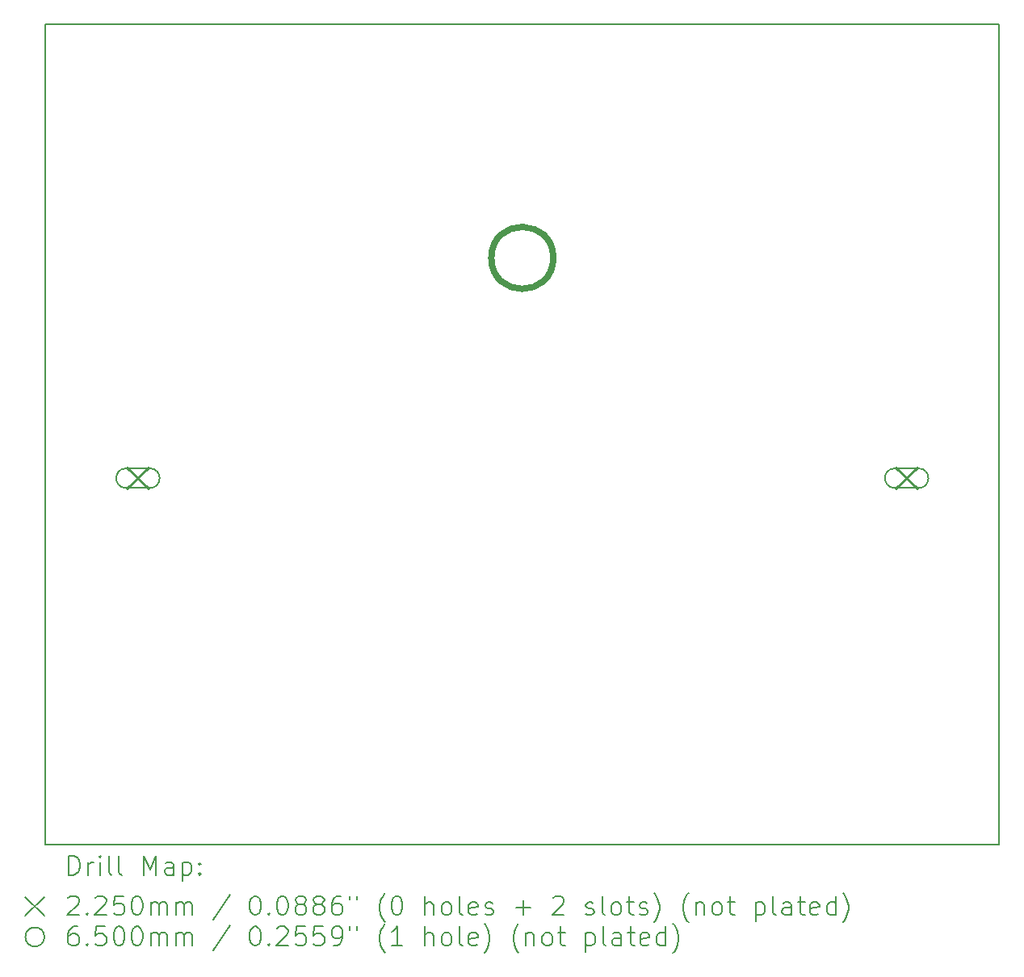
<source format=gbr>
%FSLAX45Y45*%
G04 Gerber Fmt 4.5, Leading zero omitted, Abs format (unit mm)*
G04 Created by KiCad (PCBNEW (6.0.1-0)) date 2022-06-04 20:15:55*
%MOMM*%
%LPD*%
G01*
G04 APERTURE LIST*
%TA.AperFunction,Profile*%
%ADD10C,0.200000*%
%TD*%
%ADD11C,0.200000*%
%ADD12C,0.225000*%
%ADD13C,0.650000*%
G04 APERTURE END LIST*
D10*
X10000000Y-5000000D02*
X10000000Y-13600000D01*
X20000000Y-5000000D02*
X10000000Y-5000000D01*
X20000000Y-13600000D02*
X20000000Y-5000000D01*
X10000000Y-13600000D02*
X20000000Y-13600000D01*
D11*
D12*
X10857500Y-9647500D02*
X11082500Y-9872500D01*
X11082500Y-9647500D02*
X10857500Y-9872500D01*
D11*
X10845000Y-9862500D02*
X11095000Y-9862500D01*
X10845000Y-9657500D02*
X11095000Y-9657500D01*
X11095000Y-9862500D02*
G75*
G03*
X11095000Y-9657500I0J102500D01*
G01*
X10845000Y-9657500D02*
G75*
G03*
X10845000Y-9862500I0J-102500D01*
G01*
D12*
X18917500Y-9647500D02*
X19142500Y-9872500D01*
X19142500Y-9647500D02*
X18917500Y-9872500D01*
D11*
X18905000Y-9862500D02*
X19155000Y-9862500D01*
X18905000Y-9657500D02*
X19155000Y-9657500D01*
X19155000Y-9862500D02*
G75*
G03*
X19155000Y-9657500I0J102500D01*
G01*
X18905000Y-9657500D02*
G75*
G03*
X18905000Y-9862500I0J-102500D01*
G01*
D13*
X15325000Y-7450000D02*
G75*
G03*
X15325000Y-7450000I-325000J0D01*
G01*
D11*
X10247619Y-13920476D02*
X10247619Y-13720476D01*
X10295238Y-13720476D01*
X10323810Y-13730000D01*
X10342857Y-13749048D01*
X10352381Y-13768095D01*
X10361905Y-13806190D01*
X10361905Y-13834762D01*
X10352381Y-13872857D01*
X10342857Y-13891905D01*
X10323810Y-13910952D01*
X10295238Y-13920476D01*
X10247619Y-13920476D01*
X10447619Y-13920476D02*
X10447619Y-13787143D01*
X10447619Y-13825238D02*
X10457143Y-13806190D01*
X10466667Y-13796667D01*
X10485714Y-13787143D01*
X10504762Y-13787143D01*
X10571429Y-13920476D02*
X10571429Y-13787143D01*
X10571429Y-13720476D02*
X10561905Y-13730000D01*
X10571429Y-13739524D01*
X10580952Y-13730000D01*
X10571429Y-13720476D01*
X10571429Y-13739524D01*
X10695238Y-13920476D02*
X10676190Y-13910952D01*
X10666667Y-13891905D01*
X10666667Y-13720476D01*
X10800000Y-13920476D02*
X10780952Y-13910952D01*
X10771429Y-13891905D01*
X10771429Y-13720476D01*
X11028571Y-13920476D02*
X11028571Y-13720476D01*
X11095238Y-13863333D01*
X11161905Y-13720476D01*
X11161905Y-13920476D01*
X11342857Y-13920476D02*
X11342857Y-13815714D01*
X11333333Y-13796667D01*
X11314286Y-13787143D01*
X11276190Y-13787143D01*
X11257143Y-13796667D01*
X11342857Y-13910952D02*
X11323809Y-13920476D01*
X11276190Y-13920476D01*
X11257143Y-13910952D01*
X11247619Y-13891905D01*
X11247619Y-13872857D01*
X11257143Y-13853809D01*
X11276190Y-13844286D01*
X11323809Y-13844286D01*
X11342857Y-13834762D01*
X11438095Y-13787143D02*
X11438095Y-13987143D01*
X11438095Y-13796667D02*
X11457143Y-13787143D01*
X11495238Y-13787143D01*
X11514286Y-13796667D01*
X11523809Y-13806190D01*
X11533333Y-13825238D01*
X11533333Y-13882381D01*
X11523809Y-13901428D01*
X11514286Y-13910952D01*
X11495238Y-13920476D01*
X11457143Y-13920476D01*
X11438095Y-13910952D01*
X11619048Y-13901428D02*
X11628571Y-13910952D01*
X11619048Y-13920476D01*
X11609524Y-13910952D01*
X11619048Y-13901428D01*
X11619048Y-13920476D01*
X11619048Y-13796667D02*
X11628571Y-13806190D01*
X11619048Y-13815714D01*
X11609524Y-13806190D01*
X11619048Y-13796667D01*
X11619048Y-13815714D01*
X9790000Y-14150000D02*
X9990000Y-14350000D01*
X9990000Y-14150000D02*
X9790000Y-14350000D01*
X10238095Y-14159524D02*
X10247619Y-14150000D01*
X10266667Y-14140476D01*
X10314286Y-14140476D01*
X10333333Y-14150000D01*
X10342857Y-14159524D01*
X10352381Y-14178571D01*
X10352381Y-14197619D01*
X10342857Y-14226190D01*
X10228571Y-14340476D01*
X10352381Y-14340476D01*
X10438095Y-14321428D02*
X10447619Y-14330952D01*
X10438095Y-14340476D01*
X10428571Y-14330952D01*
X10438095Y-14321428D01*
X10438095Y-14340476D01*
X10523810Y-14159524D02*
X10533333Y-14150000D01*
X10552381Y-14140476D01*
X10600000Y-14140476D01*
X10619048Y-14150000D01*
X10628571Y-14159524D01*
X10638095Y-14178571D01*
X10638095Y-14197619D01*
X10628571Y-14226190D01*
X10514286Y-14340476D01*
X10638095Y-14340476D01*
X10819048Y-14140476D02*
X10723810Y-14140476D01*
X10714286Y-14235714D01*
X10723810Y-14226190D01*
X10742857Y-14216667D01*
X10790476Y-14216667D01*
X10809524Y-14226190D01*
X10819048Y-14235714D01*
X10828571Y-14254762D01*
X10828571Y-14302381D01*
X10819048Y-14321428D01*
X10809524Y-14330952D01*
X10790476Y-14340476D01*
X10742857Y-14340476D01*
X10723810Y-14330952D01*
X10714286Y-14321428D01*
X10952381Y-14140476D02*
X10971429Y-14140476D01*
X10990476Y-14150000D01*
X11000000Y-14159524D01*
X11009524Y-14178571D01*
X11019048Y-14216667D01*
X11019048Y-14264286D01*
X11009524Y-14302381D01*
X11000000Y-14321428D01*
X10990476Y-14330952D01*
X10971429Y-14340476D01*
X10952381Y-14340476D01*
X10933333Y-14330952D01*
X10923810Y-14321428D01*
X10914286Y-14302381D01*
X10904762Y-14264286D01*
X10904762Y-14216667D01*
X10914286Y-14178571D01*
X10923810Y-14159524D01*
X10933333Y-14150000D01*
X10952381Y-14140476D01*
X11104762Y-14340476D02*
X11104762Y-14207143D01*
X11104762Y-14226190D02*
X11114286Y-14216667D01*
X11133333Y-14207143D01*
X11161905Y-14207143D01*
X11180952Y-14216667D01*
X11190476Y-14235714D01*
X11190476Y-14340476D01*
X11190476Y-14235714D02*
X11200000Y-14216667D01*
X11219048Y-14207143D01*
X11247619Y-14207143D01*
X11266667Y-14216667D01*
X11276190Y-14235714D01*
X11276190Y-14340476D01*
X11371428Y-14340476D02*
X11371428Y-14207143D01*
X11371428Y-14226190D02*
X11380952Y-14216667D01*
X11400000Y-14207143D01*
X11428571Y-14207143D01*
X11447619Y-14216667D01*
X11457143Y-14235714D01*
X11457143Y-14340476D01*
X11457143Y-14235714D02*
X11466667Y-14216667D01*
X11485714Y-14207143D01*
X11514286Y-14207143D01*
X11533333Y-14216667D01*
X11542857Y-14235714D01*
X11542857Y-14340476D01*
X11933333Y-14130952D02*
X11761905Y-14388095D01*
X12190476Y-14140476D02*
X12209524Y-14140476D01*
X12228571Y-14150000D01*
X12238095Y-14159524D01*
X12247619Y-14178571D01*
X12257143Y-14216667D01*
X12257143Y-14264286D01*
X12247619Y-14302381D01*
X12238095Y-14321428D01*
X12228571Y-14330952D01*
X12209524Y-14340476D01*
X12190476Y-14340476D01*
X12171428Y-14330952D01*
X12161905Y-14321428D01*
X12152381Y-14302381D01*
X12142857Y-14264286D01*
X12142857Y-14216667D01*
X12152381Y-14178571D01*
X12161905Y-14159524D01*
X12171428Y-14150000D01*
X12190476Y-14140476D01*
X12342857Y-14321428D02*
X12352381Y-14330952D01*
X12342857Y-14340476D01*
X12333333Y-14330952D01*
X12342857Y-14321428D01*
X12342857Y-14340476D01*
X12476190Y-14140476D02*
X12495238Y-14140476D01*
X12514286Y-14150000D01*
X12523809Y-14159524D01*
X12533333Y-14178571D01*
X12542857Y-14216667D01*
X12542857Y-14264286D01*
X12533333Y-14302381D01*
X12523809Y-14321428D01*
X12514286Y-14330952D01*
X12495238Y-14340476D01*
X12476190Y-14340476D01*
X12457143Y-14330952D01*
X12447619Y-14321428D01*
X12438095Y-14302381D01*
X12428571Y-14264286D01*
X12428571Y-14216667D01*
X12438095Y-14178571D01*
X12447619Y-14159524D01*
X12457143Y-14150000D01*
X12476190Y-14140476D01*
X12657143Y-14226190D02*
X12638095Y-14216667D01*
X12628571Y-14207143D01*
X12619048Y-14188095D01*
X12619048Y-14178571D01*
X12628571Y-14159524D01*
X12638095Y-14150000D01*
X12657143Y-14140476D01*
X12695238Y-14140476D01*
X12714286Y-14150000D01*
X12723809Y-14159524D01*
X12733333Y-14178571D01*
X12733333Y-14188095D01*
X12723809Y-14207143D01*
X12714286Y-14216667D01*
X12695238Y-14226190D01*
X12657143Y-14226190D01*
X12638095Y-14235714D01*
X12628571Y-14245238D01*
X12619048Y-14264286D01*
X12619048Y-14302381D01*
X12628571Y-14321428D01*
X12638095Y-14330952D01*
X12657143Y-14340476D01*
X12695238Y-14340476D01*
X12714286Y-14330952D01*
X12723809Y-14321428D01*
X12733333Y-14302381D01*
X12733333Y-14264286D01*
X12723809Y-14245238D01*
X12714286Y-14235714D01*
X12695238Y-14226190D01*
X12847619Y-14226190D02*
X12828571Y-14216667D01*
X12819048Y-14207143D01*
X12809524Y-14188095D01*
X12809524Y-14178571D01*
X12819048Y-14159524D01*
X12828571Y-14150000D01*
X12847619Y-14140476D01*
X12885714Y-14140476D01*
X12904762Y-14150000D01*
X12914286Y-14159524D01*
X12923809Y-14178571D01*
X12923809Y-14188095D01*
X12914286Y-14207143D01*
X12904762Y-14216667D01*
X12885714Y-14226190D01*
X12847619Y-14226190D01*
X12828571Y-14235714D01*
X12819048Y-14245238D01*
X12809524Y-14264286D01*
X12809524Y-14302381D01*
X12819048Y-14321428D01*
X12828571Y-14330952D01*
X12847619Y-14340476D01*
X12885714Y-14340476D01*
X12904762Y-14330952D01*
X12914286Y-14321428D01*
X12923809Y-14302381D01*
X12923809Y-14264286D01*
X12914286Y-14245238D01*
X12904762Y-14235714D01*
X12885714Y-14226190D01*
X13095238Y-14140476D02*
X13057143Y-14140476D01*
X13038095Y-14150000D01*
X13028571Y-14159524D01*
X13009524Y-14188095D01*
X13000000Y-14226190D01*
X13000000Y-14302381D01*
X13009524Y-14321428D01*
X13019048Y-14330952D01*
X13038095Y-14340476D01*
X13076190Y-14340476D01*
X13095238Y-14330952D01*
X13104762Y-14321428D01*
X13114286Y-14302381D01*
X13114286Y-14254762D01*
X13104762Y-14235714D01*
X13095238Y-14226190D01*
X13076190Y-14216667D01*
X13038095Y-14216667D01*
X13019048Y-14226190D01*
X13009524Y-14235714D01*
X13000000Y-14254762D01*
X13190476Y-14140476D02*
X13190476Y-14178571D01*
X13266667Y-14140476D02*
X13266667Y-14178571D01*
X13561905Y-14416667D02*
X13552381Y-14407143D01*
X13533333Y-14378571D01*
X13523809Y-14359524D01*
X13514286Y-14330952D01*
X13504762Y-14283333D01*
X13504762Y-14245238D01*
X13514286Y-14197619D01*
X13523809Y-14169048D01*
X13533333Y-14150000D01*
X13552381Y-14121428D01*
X13561905Y-14111905D01*
X13676190Y-14140476D02*
X13695238Y-14140476D01*
X13714286Y-14150000D01*
X13723809Y-14159524D01*
X13733333Y-14178571D01*
X13742857Y-14216667D01*
X13742857Y-14264286D01*
X13733333Y-14302381D01*
X13723809Y-14321428D01*
X13714286Y-14330952D01*
X13695238Y-14340476D01*
X13676190Y-14340476D01*
X13657143Y-14330952D01*
X13647619Y-14321428D01*
X13638095Y-14302381D01*
X13628571Y-14264286D01*
X13628571Y-14216667D01*
X13638095Y-14178571D01*
X13647619Y-14159524D01*
X13657143Y-14150000D01*
X13676190Y-14140476D01*
X13980952Y-14340476D02*
X13980952Y-14140476D01*
X14066667Y-14340476D02*
X14066667Y-14235714D01*
X14057143Y-14216667D01*
X14038095Y-14207143D01*
X14009524Y-14207143D01*
X13990476Y-14216667D01*
X13980952Y-14226190D01*
X14190476Y-14340476D02*
X14171428Y-14330952D01*
X14161905Y-14321428D01*
X14152381Y-14302381D01*
X14152381Y-14245238D01*
X14161905Y-14226190D01*
X14171428Y-14216667D01*
X14190476Y-14207143D01*
X14219048Y-14207143D01*
X14238095Y-14216667D01*
X14247619Y-14226190D01*
X14257143Y-14245238D01*
X14257143Y-14302381D01*
X14247619Y-14321428D01*
X14238095Y-14330952D01*
X14219048Y-14340476D01*
X14190476Y-14340476D01*
X14371428Y-14340476D02*
X14352381Y-14330952D01*
X14342857Y-14311905D01*
X14342857Y-14140476D01*
X14523809Y-14330952D02*
X14504762Y-14340476D01*
X14466667Y-14340476D01*
X14447619Y-14330952D01*
X14438095Y-14311905D01*
X14438095Y-14235714D01*
X14447619Y-14216667D01*
X14466667Y-14207143D01*
X14504762Y-14207143D01*
X14523809Y-14216667D01*
X14533333Y-14235714D01*
X14533333Y-14254762D01*
X14438095Y-14273809D01*
X14609524Y-14330952D02*
X14628571Y-14340476D01*
X14666667Y-14340476D01*
X14685714Y-14330952D01*
X14695238Y-14311905D01*
X14695238Y-14302381D01*
X14685714Y-14283333D01*
X14666667Y-14273809D01*
X14638095Y-14273809D01*
X14619048Y-14264286D01*
X14609524Y-14245238D01*
X14609524Y-14235714D01*
X14619048Y-14216667D01*
X14638095Y-14207143D01*
X14666667Y-14207143D01*
X14685714Y-14216667D01*
X14933333Y-14264286D02*
X15085714Y-14264286D01*
X15009524Y-14340476D02*
X15009524Y-14188095D01*
X15323809Y-14159524D02*
X15333333Y-14150000D01*
X15352381Y-14140476D01*
X15400000Y-14140476D01*
X15419048Y-14150000D01*
X15428571Y-14159524D01*
X15438095Y-14178571D01*
X15438095Y-14197619D01*
X15428571Y-14226190D01*
X15314286Y-14340476D01*
X15438095Y-14340476D01*
X15666667Y-14330952D02*
X15685714Y-14340476D01*
X15723809Y-14340476D01*
X15742857Y-14330952D01*
X15752381Y-14311905D01*
X15752381Y-14302381D01*
X15742857Y-14283333D01*
X15723809Y-14273809D01*
X15695238Y-14273809D01*
X15676190Y-14264286D01*
X15666667Y-14245238D01*
X15666667Y-14235714D01*
X15676190Y-14216667D01*
X15695238Y-14207143D01*
X15723809Y-14207143D01*
X15742857Y-14216667D01*
X15866667Y-14340476D02*
X15847619Y-14330952D01*
X15838095Y-14311905D01*
X15838095Y-14140476D01*
X15971428Y-14340476D02*
X15952381Y-14330952D01*
X15942857Y-14321428D01*
X15933333Y-14302381D01*
X15933333Y-14245238D01*
X15942857Y-14226190D01*
X15952381Y-14216667D01*
X15971428Y-14207143D01*
X16000000Y-14207143D01*
X16019048Y-14216667D01*
X16028571Y-14226190D01*
X16038095Y-14245238D01*
X16038095Y-14302381D01*
X16028571Y-14321428D01*
X16019048Y-14330952D01*
X16000000Y-14340476D01*
X15971428Y-14340476D01*
X16095238Y-14207143D02*
X16171428Y-14207143D01*
X16123809Y-14140476D02*
X16123809Y-14311905D01*
X16133333Y-14330952D01*
X16152381Y-14340476D01*
X16171428Y-14340476D01*
X16228571Y-14330952D02*
X16247619Y-14340476D01*
X16285714Y-14340476D01*
X16304762Y-14330952D01*
X16314286Y-14311905D01*
X16314286Y-14302381D01*
X16304762Y-14283333D01*
X16285714Y-14273809D01*
X16257143Y-14273809D01*
X16238095Y-14264286D01*
X16228571Y-14245238D01*
X16228571Y-14235714D01*
X16238095Y-14216667D01*
X16257143Y-14207143D01*
X16285714Y-14207143D01*
X16304762Y-14216667D01*
X16380952Y-14416667D02*
X16390476Y-14407143D01*
X16409524Y-14378571D01*
X16419048Y-14359524D01*
X16428571Y-14330952D01*
X16438095Y-14283333D01*
X16438095Y-14245238D01*
X16428571Y-14197619D01*
X16419048Y-14169048D01*
X16409524Y-14150000D01*
X16390476Y-14121428D01*
X16380952Y-14111905D01*
X16742857Y-14416667D02*
X16733333Y-14407143D01*
X16714286Y-14378571D01*
X16704762Y-14359524D01*
X16695238Y-14330952D01*
X16685714Y-14283333D01*
X16685714Y-14245238D01*
X16695238Y-14197619D01*
X16704762Y-14169048D01*
X16714286Y-14150000D01*
X16733333Y-14121428D01*
X16742857Y-14111905D01*
X16819048Y-14207143D02*
X16819048Y-14340476D01*
X16819048Y-14226190D02*
X16828571Y-14216667D01*
X16847619Y-14207143D01*
X16876190Y-14207143D01*
X16895238Y-14216667D01*
X16904762Y-14235714D01*
X16904762Y-14340476D01*
X17028571Y-14340476D02*
X17009524Y-14330952D01*
X17000000Y-14321428D01*
X16990476Y-14302381D01*
X16990476Y-14245238D01*
X17000000Y-14226190D01*
X17009524Y-14216667D01*
X17028571Y-14207143D01*
X17057143Y-14207143D01*
X17076190Y-14216667D01*
X17085714Y-14226190D01*
X17095238Y-14245238D01*
X17095238Y-14302381D01*
X17085714Y-14321428D01*
X17076190Y-14330952D01*
X17057143Y-14340476D01*
X17028571Y-14340476D01*
X17152381Y-14207143D02*
X17228571Y-14207143D01*
X17180952Y-14140476D02*
X17180952Y-14311905D01*
X17190476Y-14330952D01*
X17209524Y-14340476D01*
X17228571Y-14340476D01*
X17447619Y-14207143D02*
X17447619Y-14407143D01*
X17447619Y-14216667D02*
X17466667Y-14207143D01*
X17504762Y-14207143D01*
X17523810Y-14216667D01*
X17533333Y-14226190D01*
X17542857Y-14245238D01*
X17542857Y-14302381D01*
X17533333Y-14321428D01*
X17523810Y-14330952D01*
X17504762Y-14340476D01*
X17466667Y-14340476D01*
X17447619Y-14330952D01*
X17657143Y-14340476D02*
X17638095Y-14330952D01*
X17628571Y-14311905D01*
X17628571Y-14140476D01*
X17819048Y-14340476D02*
X17819048Y-14235714D01*
X17809524Y-14216667D01*
X17790476Y-14207143D01*
X17752381Y-14207143D01*
X17733333Y-14216667D01*
X17819048Y-14330952D02*
X17800000Y-14340476D01*
X17752381Y-14340476D01*
X17733333Y-14330952D01*
X17723810Y-14311905D01*
X17723810Y-14292857D01*
X17733333Y-14273809D01*
X17752381Y-14264286D01*
X17800000Y-14264286D01*
X17819048Y-14254762D01*
X17885714Y-14207143D02*
X17961905Y-14207143D01*
X17914286Y-14140476D02*
X17914286Y-14311905D01*
X17923810Y-14330952D01*
X17942857Y-14340476D01*
X17961905Y-14340476D01*
X18104762Y-14330952D02*
X18085714Y-14340476D01*
X18047619Y-14340476D01*
X18028571Y-14330952D01*
X18019048Y-14311905D01*
X18019048Y-14235714D01*
X18028571Y-14216667D01*
X18047619Y-14207143D01*
X18085714Y-14207143D01*
X18104762Y-14216667D01*
X18114286Y-14235714D01*
X18114286Y-14254762D01*
X18019048Y-14273809D01*
X18285714Y-14340476D02*
X18285714Y-14140476D01*
X18285714Y-14330952D02*
X18266667Y-14340476D01*
X18228571Y-14340476D01*
X18209524Y-14330952D01*
X18200000Y-14321428D01*
X18190476Y-14302381D01*
X18190476Y-14245238D01*
X18200000Y-14226190D01*
X18209524Y-14216667D01*
X18228571Y-14207143D01*
X18266667Y-14207143D01*
X18285714Y-14216667D01*
X18361905Y-14416667D02*
X18371429Y-14407143D01*
X18390476Y-14378571D01*
X18400000Y-14359524D01*
X18409524Y-14330952D01*
X18419048Y-14283333D01*
X18419048Y-14245238D01*
X18409524Y-14197619D01*
X18400000Y-14169048D01*
X18390476Y-14150000D01*
X18371429Y-14121428D01*
X18361905Y-14111905D01*
X9990000Y-14570000D02*
G75*
G03*
X9990000Y-14570000I-100000J0D01*
G01*
X10333333Y-14460476D02*
X10295238Y-14460476D01*
X10276190Y-14470000D01*
X10266667Y-14479524D01*
X10247619Y-14508095D01*
X10238095Y-14546190D01*
X10238095Y-14622381D01*
X10247619Y-14641428D01*
X10257143Y-14650952D01*
X10276190Y-14660476D01*
X10314286Y-14660476D01*
X10333333Y-14650952D01*
X10342857Y-14641428D01*
X10352381Y-14622381D01*
X10352381Y-14574762D01*
X10342857Y-14555714D01*
X10333333Y-14546190D01*
X10314286Y-14536667D01*
X10276190Y-14536667D01*
X10257143Y-14546190D01*
X10247619Y-14555714D01*
X10238095Y-14574762D01*
X10438095Y-14641428D02*
X10447619Y-14650952D01*
X10438095Y-14660476D01*
X10428571Y-14650952D01*
X10438095Y-14641428D01*
X10438095Y-14660476D01*
X10628571Y-14460476D02*
X10533333Y-14460476D01*
X10523810Y-14555714D01*
X10533333Y-14546190D01*
X10552381Y-14536667D01*
X10600000Y-14536667D01*
X10619048Y-14546190D01*
X10628571Y-14555714D01*
X10638095Y-14574762D01*
X10638095Y-14622381D01*
X10628571Y-14641428D01*
X10619048Y-14650952D01*
X10600000Y-14660476D01*
X10552381Y-14660476D01*
X10533333Y-14650952D01*
X10523810Y-14641428D01*
X10761905Y-14460476D02*
X10780952Y-14460476D01*
X10800000Y-14470000D01*
X10809524Y-14479524D01*
X10819048Y-14498571D01*
X10828571Y-14536667D01*
X10828571Y-14584286D01*
X10819048Y-14622381D01*
X10809524Y-14641428D01*
X10800000Y-14650952D01*
X10780952Y-14660476D01*
X10761905Y-14660476D01*
X10742857Y-14650952D01*
X10733333Y-14641428D01*
X10723810Y-14622381D01*
X10714286Y-14584286D01*
X10714286Y-14536667D01*
X10723810Y-14498571D01*
X10733333Y-14479524D01*
X10742857Y-14470000D01*
X10761905Y-14460476D01*
X10952381Y-14460476D02*
X10971429Y-14460476D01*
X10990476Y-14470000D01*
X11000000Y-14479524D01*
X11009524Y-14498571D01*
X11019048Y-14536667D01*
X11019048Y-14584286D01*
X11009524Y-14622381D01*
X11000000Y-14641428D01*
X10990476Y-14650952D01*
X10971429Y-14660476D01*
X10952381Y-14660476D01*
X10933333Y-14650952D01*
X10923810Y-14641428D01*
X10914286Y-14622381D01*
X10904762Y-14584286D01*
X10904762Y-14536667D01*
X10914286Y-14498571D01*
X10923810Y-14479524D01*
X10933333Y-14470000D01*
X10952381Y-14460476D01*
X11104762Y-14660476D02*
X11104762Y-14527143D01*
X11104762Y-14546190D02*
X11114286Y-14536667D01*
X11133333Y-14527143D01*
X11161905Y-14527143D01*
X11180952Y-14536667D01*
X11190476Y-14555714D01*
X11190476Y-14660476D01*
X11190476Y-14555714D02*
X11200000Y-14536667D01*
X11219048Y-14527143D01*
X11247619Y-14527143D01*
X11266667Y-14536667D01*
X11276190Y-14555714D01*
X11276190Y-14660476D01*
X11371428Y-14660476D02*
X11371428Y-14527143D01*
X11371428Y-14546190D02*
X11380952Y-14536667D01*
X11400000Y-14527143D01*
X11428571Y-14527143D01*
X11447619Y-14536667D01*
X11457143Y-14555714D01*
X11457143Y-14660476D01*
X11457143Y-14555714D02*
X11466667Y-14536667D01*
X11485714Y-14527143D01*
X11514286Y-14527143D01*
X11533333Y-14536667D01*
X11542857Y-14555714D01*
X11542857Y-14660476D01*
X11933333Y-14450952D02*
X11761905Y-14708095D01*
X12190476Y-14460476D02*
X12209524Y-14460476D01*
X12228571Y-14470000D01*
X12238095Y-14479524D01*
X12247619Y-14498571D01*
X12257143Y-14536667D01*
X12257143Y-14584286D01*
X12247619Y-14622381D01*
X12238095Y-14641428D01*
X12228571Y-14650952D01*
X12209524Y-14660476D01*
X12190476Y-14660476D01*
X12171428Y-14650952D01*
X12161905Y-14641428D01*
X12152381Y-14622381D01*
X12142857Y-14584286D01*
X12142857Y-14536667D01*
X12152381Y-14498571D01*
X12161905Y-14479524D01*
X12171428Y-14470000D01*
X12190476Y-14460476D01*
X12342857Y-14641428D02*
X12352381Y-14650952D01*
X12342857Y-14660476D01*
X12333333Y-14650952D01*
X12342857Y-14641428D01*
X12342857Y-14660476D01*
X12428571Y-14479524D02*
X12438095Y-14470000D01*
X12457143Y-14460476D01*
X12504762Y-14460476D01*
X12523809Y-14470000D01*
X12533333Y-14479524D01*
X12542857Y-14498571D01*
X12542857Y-14517619D01*
X12533333Y-14546190D01*
X12419048Y-14660476D01*
X12542857Y-14660476D01*
X12723809Y-14460476D02*
X12628571Y-14460476D01*
X12619048Y-14555714D01*
X12628571Y-14546190D01*
X12647619Y-14536667D01*
X12695238Y-14536667D01*
X12714286Y-14546190D01*
X12723809Y-14555714D01*
X12733333Y-14574762D01*
X12733333Y-14622381D01*
X12723809Y-14641428D01*
X12714286Y-14650952D01*
X12695238Y-14660476D01*
X12647619Y-14660476D01*
X12628571Y-14650952D01*
X12619048Y-14641428D01*
X12914286Y-14460476D02*
X12819048Y-14460476D01*
X12809524Y-14555714D01*
X12819048Y-14546190D01*
X12838095Y-14536667D01*
X12885714Y-14536667D01*
X12904762Y-14546190D01*
X12914286Y-14555714D01*
X12923809Y-14574762D01*
X12923809Y-14622381D01*
X12914286Y-14641428D01*
X12904762Y-14650952D01*
X12885714Y-14660476D01*
X12838095Y-14660476D01*
X12819048Y-14650952D01*
X12809524Y-14641428D01*
X13019048Y-14660476D02*
X13057143Y-14660476D01*
X13076190Y-14650952D01*
X13085714Y-14641428D01*
X13104762Y-14612857D01*
X13114286Y-14574762D01*
X13114286Y-14498571D01*
X13104762Y-14479524D01*
X13095238Y-14470000D01*
X13076190Y-14460476D01*
X13038095Y-14460476D01*
X13019048Y-14470000D01*
X13009524Y-14479524D01*
X13000000Y-14498571D01*
X13000000Y-14546190D01*
X13009524Y-14565238D01*
X13019048Y-14574762D01*
X13038095Y-14584286D01*
X13076190Y-14584286D01*
X13095238Y-14574762D01*
X13104762Y-14565238D01*
X13114286Y-14546190D01*
X13190476Y-14460476D02*
X13190476Y-14498571D01*
X13266667Y-14460476D02*
X13266667Y-14498571D01*
X13561905Y-14736667D02*
X13552381Y-14727143D01*
X13533333Y-14698571D01*
X13523809Y-14679524D01*
X13514286Y-14650952D01*
X13504762Y-14603333D01*
X13504762Y-14565238D01*
X13514286Y-14517619D01*
X13523809Y-14489048D01*
X13533333Y-14470000D01*
X13552381Y-14441428D01*
X13561905Y-14431905D01*
X13742857Y-14660476D02*
X13628571Y-14660476D01*
X13685714Y-14660476D02*
X13685714Y-14460476D01*
X13666667Y-14489048D01*
X13647619Y-14508095D01*
X13628571Y-14517619D01*
X13980952Y-14660476D02*
X13980952Y-14460476D01*
X14066667Y-14660476D02*
X14066667Y-14555714D01*
X14057143Y-14536667D01*
X14038095Y-14527143D01*
X14009524Y-14527143D01*
X13990476Y-14536667D01*
X13980952Y-14546190D01*
X14190476Y-14660476D02*
X14171428Y-14650952D01*
X14161905Y-14641428D01*
X14152381Y-14622381D01*
X14152381Y-14565238D01*
X14161905Y-14546190D01*
X14171428Y-14536667D01*
X14190476Y-14527143D01*
X14219048Y-14527143D01*
X14238095Y-14536667D01*
X14247619Y-14546190D01*
X14257143Y-14565238D01*
X14257143Y-14622381D01*
X14247619Y-14641428D01*
X14238095Y-14650952D01*
X14219048Y-14660476D01*
X14190476Y-14660476D01*
X14371428Y-14660476D02*
X14352381Y-14650952D01*
X14342857Y-14631905D01*
X14342857Y-14460476D01*
X14523809Y-14650952D02*
X14504762Y-14660476D01*
X14466667Y-14660476D01*
X14447619Y-14650952D01*
X14438095Y-14631905D01*
X14438095Y-14555714D01*
X14447619Y-14536667D01*
X14466667Y-14527143D01*
X14504762Y-14527143D01*
X14523809Y-14536667D01*
X14533333Y-14555714D01*
X14533333Y-14574762D01*
X14438095Y-14593809D01*
X14600000Y-14736667D02*
X14609524Y-14727143D01*
X14628571Y-14698571D01*
X14638095Y-14679524D01*
X14647619Y-14650952D01*
X14657143Y-14603333D01*
X14657143Y-14565238D01*
X14647619Y-14517619D01*
X14638095Y-14489048D01*
X14628571Y-14470000D01*
X14609524Y-14441428D01*
X14600000Y-14431905D01*
X14961905Y-14736667D02*
X14952381Y-14727143D01*
X14933333Y-14698571D01*
X14923809Y-14679524D01*
X14914286Y-14650952D01*
X14904762Y-14603333D01*
X14904762Y-14565238D01*
X14914286Y-14517619D01*
X14923809Y-14489048D01*
X14933333Y-14470000D01*
X14952381Y-14441428D01*
X14961905Y-14431905D01*
X15038095Y-14527143D02*
X15038095Y-14660476D01*
X15038095Y-14546190D02*
X15047619Y-14536667D01*
X15066667Y-14527143D01*
X15095238Y-14527143D01*
X15114286Y-14536667D01*
X15123809Y-14555714D01*
X15123809Y-14660476D01*
X15247619Y-14660476D02*
X15228571Y-14650952D01*
X15219048Y-14641428D01*
X15209524Y-14622381D01*
X15209524Y-14565238D01*
X15219048Y-14546190D01*
X15228571Y-14536667D01*
X15247619Y-14527143D01*
X15276190Y-14527143D01*
X15295238Y-14536667D01*
X15304762Y-14546190D01*
X15314286Y-14565238D01*
X15314286Y-14622381D01*
X15304762Y-14641428D01*
X15295238Y-14650952D01*
X15276190Y-14660476D01*
X15247619Y-14660476D01*
X15371428Y-14527143D02*
X15447619Y-14527143D01*
X15400000Y-14460476D02*
X15400000Y-14631905D01*
X15409524Y-14650952D01*
X15428571Y-14660476D01*
X15447619Y-14660476D01*
X15666667Y-14527143D02*
X15666667Y-14727143D01*
X15666667Y-14536667D02*
X15685714Y-14527143D01*
X15723809Y-14527143D01*
X15742857Y-14536667D01*
X15752381Y-14546190D01*
X15761905Y-14565238D01*
X15761905Y-14622381D01*
X15752381Y-14641428D01*
X15742857Y-14650952D01*
X15723809Y-14660476D01*
X15685714Y-14660476D01*
X15666667Y-14650952D01*
X15876190Y-14660476D02*
X15857143Y-14650952D01*
X15847619Y-14631905D01*
X15847619Y-14460476D01*
X16038095Y-14660476D02*
X16038095Y-14555714D01*
X16028571Y-14536667D01*
X16009524Y-14527143D01*
X15971428Y-14527143D01*
X15952381Y-14536667D01*
X16038095Y-14650952D02*
X16019048Y-14660476D01*
X15971428Y-14660476D01*
X15952381Y-14650952D01*
X15942857Y-14631905D01*
X15942857Y-14612857D01*
X15952381Y-14593809D01*
X15971428Y-14584286D01*
X16019048Y-14584286D01*
X16038095Y-14574762D01*
X16104762Y-14527143D02*
X16180952Y-14527143D01*
X16133333Y-14460476D02*
X16133333Y-14631905D01*
X16142857Y-14650952D01*
X16161905Y-14660476D01*
X16180952Y-14660476D01*
X16323809Y-14650952D02*
X16304762Y-14660476D01*
X16266667Y-14660476D01*
X16247619Y-14650952D01*
X16238095Y-14631905D01*
X16238095Y-14555714D01*
X16247619Y-14536667D01*
X16266667Y-14527143D01*
X16304762Y-14527143D01*
X16323809Y-14536667D01*
X16333333Y-14555714D01*
X16333333Y-14574762D01*
X16238095Y-14593809D01*
X16504762Y-14660476D02*
X16504762Y-14460476D01*
X16504762Y-14650952D02*
X16485714Y-14660476D01*
X16447619Y-14660476D01*
X16428571Y-14650952D01*
X16419048Y-14641428D01*
X16409524Y-14622381D01*
X16409524Y-14565238D01*
X16419048Y-14546190D01*
X16428571Y-14536667D01*
X16447619Y-14527143D01*
X16485714Y-14527143D01*
X16504762Y-14536667D01*
X16580952Y-14736667D02*
X16590476Y-14727143D01*
X16609524Y-14698571D01*
X16619048Y-14679524D01*
X16628571Y-14650952D01*
X16638095Y-14603333D01*
X16638095Y-14565238D01*
X16628571Y-14517619D01*
X16619048Y-14489048D01*
X16609524Y-14470000D01*
X16590476Y-14441428D01*
X16580952Y-14431905D01*
M02*

</source>
